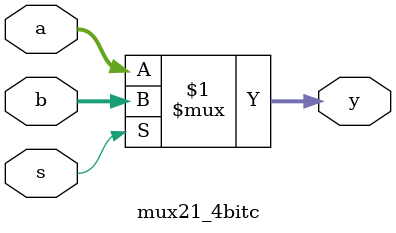
<source format=v>
module mux21_4bitc(
	input wire [3:0] a,
	input wire [3:0] b,
	input wire s,
	output wire [3:0] y
);

  assign y = s ? b:a;
  
endmodule
</source>
